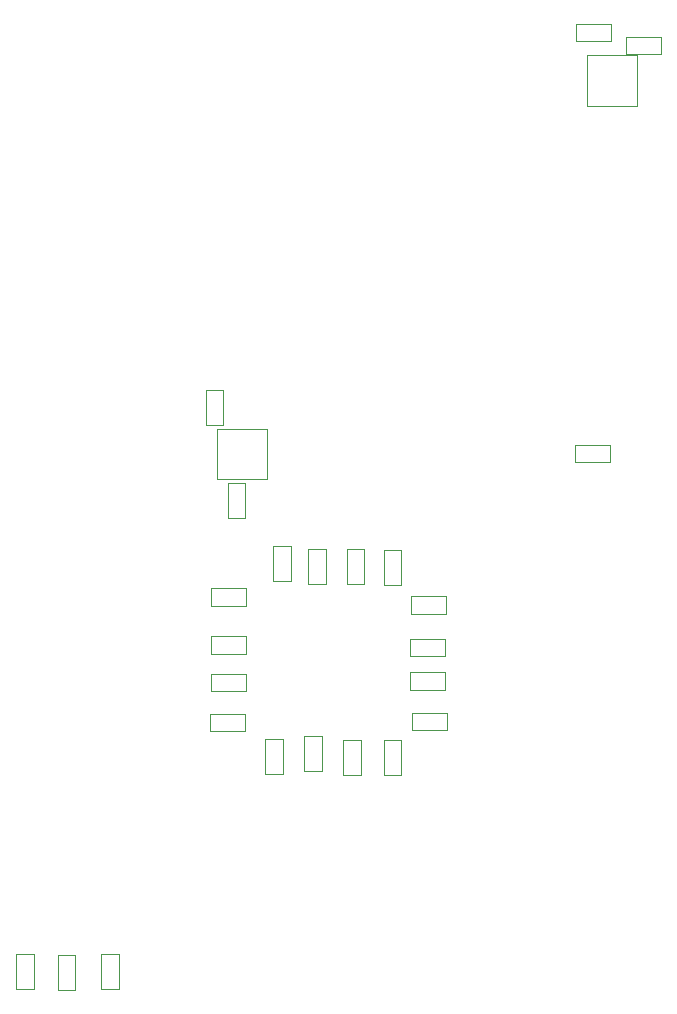
<source format=gbr>
%TF.GenerationSoftware,KiCad,Pcbnew,7.0.6-7.0.6~ubuntu20.04.1*%
%TF.CreationDate,2023-11-11T07:42:01+07:00*%
%TF.ProjectId,qpix,71706978-2e6b-4696-9361-645f70636258,rev?*%
%TF.SameCoordinates,Original*%
%TF.FileFunction,Other,User*%
%FSLAX46Y46*%
G04 Gerber Fmt 4.6, Leading zero omitted, Abs format (unit mm)*
G04 Created by KiCad (PCBNEW 7.0.6-7.0.6~ubuntu20.04.1) date 2023-11-11 07:42:01*
%MOMM*%
%LPD*%
G01*
G04 APERTURE LIST*
%ADD10C,0.050000*%
G04 APERTURE END LIST*
D10*
%TO.C,C5*%
X132690000Y-105480000D02*
X132690000Y-104020000D01*
X132690000Y-104020000D02*
X129730000Y-104020000D01*
X129730000Y-105480000D02*
X132690000Y-105480000D01*
X129730000Y-104020000D02*
X129730000Y-105480000D01*
%TO.C,C16*%
X144380000Y-99650000D02*
X145840000Y-99650000D01*
X145840000Y-99650000D02*
X145840000Y-96690000D01*
X144380000Y-96690000D02*
X144380000Y-99650000D01*
X145840000Y-96690000D02*
X144380000Y-96690000D01*
%TO.C,C4*%
X132678000Y-101420000D02*
X132678000Y-99960000D01*
X132678000Y-99960000D02*
X129718000Y-99960000D01*
X129718000Y-101420000D02*
X132678000Y-101420000D01*
X129718000Y-99960000D02*
X129718000Y-101420000D01*
%TO.C,C17*%
X141220000Y-99550000D02*
X142680000Y-99550000D01*
X142680000Y-99550000D02*
X142680000Y-96590000D01*
X141220000Y-96590000D02*
X141220000Y-99550000D01*
X142680000Y-96590000D02*
X141220000Y-96590000D01*
%TO.C,C12*%
X146720000Y-110500000D02*
X146720000Y-111960000D01*
X146720000Y-111960000D02*
X149680000Y-111960000D01*
X149680000Y-110500000D02*
X146720000Y-110500000D01*
X149680000Y-111960000D02*
X149680000Y-110500000D01*
%TO.C,C18*%
X137950000Y-99600000D02*
X139410000Y-99600000D01*
X139410000Y-99600000D02*
X139410000Y-96640000D01*
X137950000Y-96640000D02*
X137950000Y-99600000D01*
X139410000Y-96640000D02*
X137950000Y-96640000D01*
%TO.C,C20*%
X132600000Y-91005000D02*
X131140000Y-91005000D01*
X131140000Y-91005000D02*
X131140000Y-93965000D01*
X132600000Y-93965000D02*
X132600000Y-91005000D01*
X131140000Y-93965000D02*
X132600000Y-93965000D01*
%TO.C,C10*%
X142380000Y-112780000D02*
X140920000Y-112780000D01*
X140920000Y-112780000D02*
X140920000Y-115740000D01*
X142380000Y-115740000D02*
X142380000Y-112780000D01*
X140920000Y-115740000D02*
X142380000Y-115740000D01*
%TO.C,U4*%
X165795000Y-59095000D02*
X165795000Y-54845000D01*
X165795000Y-54845000D02*
X161545000Y-54845000D01*
X161545000Y-59095000D02*
X165795000Y-59095000D01*
X161545000Y-54845000D02*
X161545000Y-59095000D01*
%TO.C,R12*%
X114700000Y-130947000D02*
X113240000Y-130947000D01*
X113240000Y-130947000D02*
X113240000Y-133907000D01*
X114700000Y-133907000D02*
X114700000Y-130947000D01*
X113240000Y-133907000D02*
X114700000Y-133907000D01*
%TO.C,R6*%
X121900000Y-130958000D02*
X120440000Y-130958000D01*
X120440000Y-130958000D02*
X120440000Y-133918000D01*
X121900000Y-133918000D02*
X121900000Y-130958000D01*
X120440000Y-133918000D02*
X121900000Y-133918000D01*
%TO.C,C8*%
X132628000Y-112070000D02*
X132628000Y-110610000D01*
X132628000Y-110610000D02*
X129668000Y-110610000D01*
X129668000Y-112070000D02*
X132628000Y-112070000D01*
X129668000Y-110610000D02*
X129668000Y-112070000D01*
%TO.C,U3*%
X134455000Y-90685000D02*
X134455000Y-86435000D01*
X134455000Y-86435000D02*
X130205000Y-86435000D01*
X130205000Y-90685000D02*
X134455000Y-90685000D01*
X130205000Y-86435000D02*
X130205000Y-90685000D01*
%TO.C,R5*%
X160558250Y-87830000D02*
X160558250Y-89290000D01*
X160558250Y-89290000D02*
X163518250Y-89290000D01*
X163518250Y-87830000D02*
X160558250Y-87830000D01*
X163518250Y-89290000D02*
X163518250Y-87830000D01*
%TO.C,R34*%
X163590000Y-53640000D02*
X163590000Y-52180000D01*
X163590000Y-52180000D02*
X160630000Y-52180000D01*
X160630000Y-53640000D02*
X163590000Y-53640000D01*
X160630000Y-52180000D02*
X160630000Y-53640000D01*
%TO.C,C19*%
X129300000Y-86140000D02*
X130760000Y-86140000D01*
X130760000Y-86140000D02*
X130760000Y-83180000D01*
X129300000Y-83180000D02*
X129300000Y-86140000D01*
X130760000Y-83180000D02*
X129300000Y-83180000D01*
%TO.C,C13*%
X146593000Y-107071000D02*
X146593000Y-108531000D01*
X146593000Y-108531000D02*
X149553000Y-108531000D01*
X149553000Y-107071000D02*
X146593000Y-107071000D01*
X149553000Y-108531000D02*
X149553000Y-107071000D01*
%TO.C,C7*%
X134990000Y-99370000D02*
X136450000Y-99370000D01*
X136450000Y-99370000D02*
X136450000Y-96410000D01*
X134990000Y-96410000D02*
X134990000Y-99370000D01*
X136450000Y-96410000D02*
X134990000Y-96410000D01*
%TO.C,C9*%
X135770000Y-112690000D02*
X134310000Y-112690000D01*
X134310000Y-112690000D02*
X134310000Y-115650000D01*
X135770000Y-115650000D02*
X135770000Y-112690000D01*
X134310000Y-115650000D02*
X135770000Y-115650000D01*
%TO.C,C24*%
X145790000Y-112780000D02*
X144330000Y-112780000D01*
X144330000Y-112780000D02*
X144330000Y-115740000D01*
X145790000Y-115740000D02*
X145790000Y-112780000D01*
X144330000Y-115740000D02*
X145790000Y-115740000D01*
%TO.C,R11*%
X118210000Y-130968000D02*
X116750000Y-130968000D01*
X116750000Y-130968000D02*
X116750000Y-133928000D01*
X118210000Y-133928000D02*
X118210000Y-130968000D01*
X116750000Y-133928000D02*
X118210000Y-133928000D01*
%TO.C,C6*%
X132658000Y-108680000D02*
X132658000Y-107220000D01*
X132658000Y-107220000D02*
X129698000Y-107220000D01*
X129698000Y-108680000D02*
X132658000Y-108680000D01*
X129698000Y-107220000D02*
X129698000Y-108680000D01*
%TO.C,C15*%
X146620000Y-100640000D02*
X146620000Y-102100000D01*
X146620000Y-102100000D02*
X149580000Y-102100000D01*
X149580000Y-100640000D02*
X146620000Y-100640000D01*
X149580000Y-102100000D02*
X149580000Y-100640000D01*
%TO.C,C14*%
X146565000Y-104227000D02*
X146565000Y-105687000D01*
X146565000Y-105687000D02*
X149525000Y-105687000D01*
X149525000Y-104227000D02*
X146565000Y-104227000D01*
X149525000Y-105687000D02*
X149525000Y-104227000D01*
%TO.C,C21*%
X164840000Y-53300000D02*
X164840000Y-54760000D01*
X164840000Y-54760000D02*
X167800000Y-54760000D01*
X167800000Y-53300000D02*
X164840000Y-53300000D01*
X167800000Y-54760000D02*
X167800000Y-53300000D01*
%TO.C,C11*%
X139090000Y-112480000D02*
X137630000Y-112480000D01*
X137630000Y-112480000D02*
X137630000Y-115440000D01*
X139090000Y-115440000D02*
X139090000Y-112480000D01*
X137630000Y-115440000D02*
X139090000Y-115440000D01*
%TD*%
M02*

</source>
